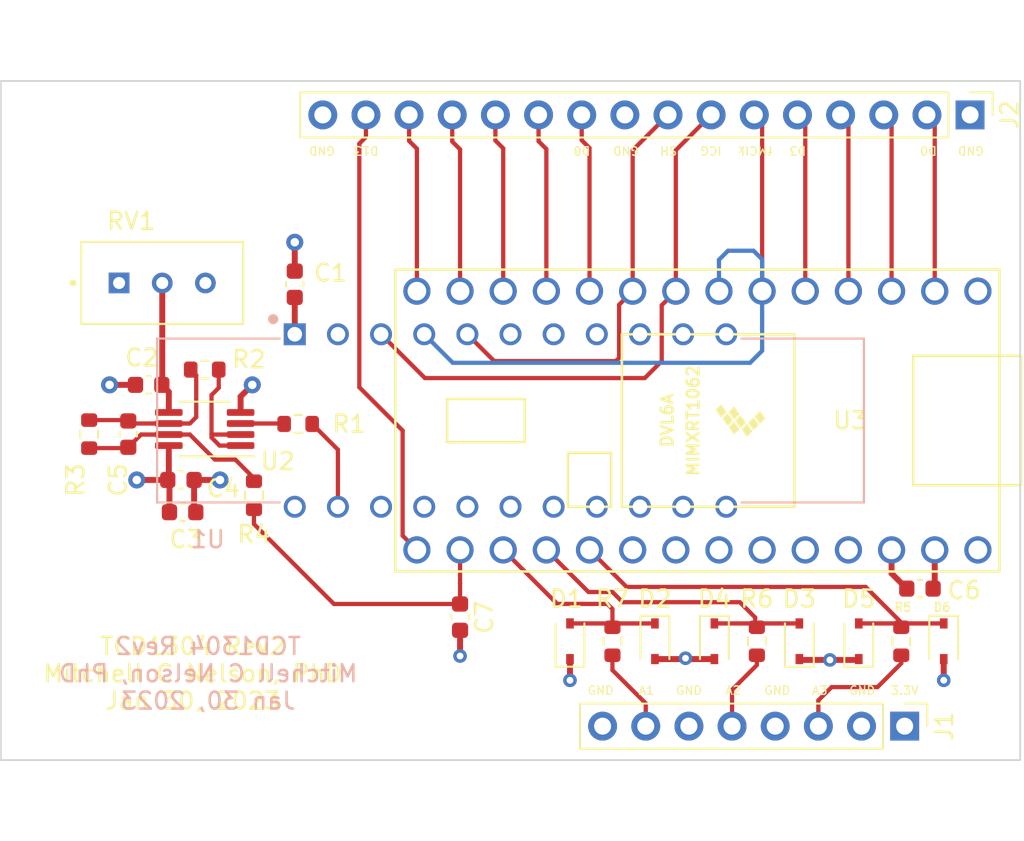
<source format=kicad_pcb>
(kicad_pcb (version 20240108) (generator "pcbnew") (generator_version "8.0")
  (layers (0 "F.Cu" signal) (1 "In1.Cu" signal) (2 "In2.Cu" signal) (31 "B.Cu" signal) (34 "B.Paste" user) (35 "F.Paste" user) (36 "B.SilkS" user "B.Silkscreen") (37 "F.SilkS" user "F.Silkscreen") (38 "B.Mask" user) (39 "F.Mask" user) (44 "Edge.Cuts" user))
  (net 0 "")
  (net 1 "+3.3V")
  (net 2 "Earth")
  (net 3 "Net-(U2-+IN2)")
  (net 4 "Net-(U2-OUT2)")
  (net 5 "Net-(U2--IN2)")
  (net 6 "Net-(U3-14_A0_TX3_SPDIF_OUT)")
  (net 7 "Net-(D1-A)")
  (net 8 "Net-(D3-A)")
  (net 9 "Net-(D5-A)")
  (net 10 "Net-(J1-Pin_5)")
  (net 11 "Net-(J1-Pin_7)")
  (net 12 "Net-(J1-Pin_3)")
  (net 13 "Net-(J2-Pin_7)")
  (net 14 "Net-(J2-Pin_6)")
  (net 15 "Net-(J2-Pin_5)")
  (net 16 "Net-(J2-Pin_15)")
  (net 17 "Net-(J2-Pin_4)")
  (net 18 "Net-(J2-Pin_10)")
  (net 19 "Net-(J2-Pin_3)")
  (net 20 "Net-(J2-Pin_11)")
  (net 21 "Net-(J2-Pin_8)")
  (net 22 "Net-(J2-Pin_14)")
  (net 23 "Net-(J2-Pin_13)")
  (net 24 "Net-(J2-Pin_12)")
  (net 25 "Net-(J2-Pin_2)")
  (net 26 "Net-(U1-OS)")
  (net 27 "Net-(U2-+IN1)")
  (net 28 "Net-(U2--IN1)")
  (footprint "Diode_SMD:D_SOD-323" (layer "F.Cu") (at 153.5 113 90)
    (property "Reference" "D1" (at 2.5 -0.2 180) (layer "F.SilkS"))
    (property "Value" "D_Schottky" (hide yes))
    (fp_line (start -1.5 -0.85) (end 1.05 -0.85) (stroke (width 0.12)) (layer "F.SilkS"))
    (fp_line (start -1.5 -0.85) (end -1.5 0.85) (stroke (width 0.12)) (layer "F.SilkS"))
    (fp_line (start -1.5 0.85) (end 1.05 0.85) (stroke (width 0.12)) (layer "F.SilkS"))
    (pad "1" smd rect (at -1.05 0 90) (size 0.6 0.45) (layers "F.Cu" "F.Paste" "F.Mask") (net 1 "+3.3V"))
    (pad "2" smd rect (at 1.05 0 90) (size 0.6 0.45) (layers "F.Cu" "F.Paste" "F.Mask") (net 7 "Net-(D1-A)"))
  )
  (footprint "Diode_SMD:D_SOD-323" (layer "F.Cu") (at 170.5 113 90)
    (property "Reference" "D5" (at 2.5 0 180) (layer "F.SilkS"))
    (property "Value" "D_Schottky")
    (fp_line (start -1.5 -0.85) (end 1.05 -0.85) (stroke (width 0.12)) (layer "F.SilkS"))
    (fp_line (start -1.5 -0.85) (end -1.5 0.85) (stroke (width 0.12)) (layer "F.SilkS"))
    (fp_line (start -1.5 0.85) (end 1.05 0.85) (stroke (width 0.12)) (layer "F.SilkS"))
    (pad "1" smd rect (at -1.05 0 90) (size 0.6 0.45) (layers "F.Cu" "F.Paste" "F.Mask") (net 1 "+3.3V"))
    (pad "2" smd rect (at 1.05 0 90) (size 0.6 0.45) (layers "F.Cu" "F.Paste" "F.Mask") (net 9 "Net-(D5-A)"))
  )
  (footprint "Resistor_SMD:R_0603_1608Metric" (layer "F.Cu") (at 173 113 90)
    (property "Reference" "R5" (at 2 0.1 180) (layer "F.SilkS") (effects (font (size 0.5 0.5) (thickness 0.1))))
    (property "Value" "300R")
    (fp_line (start -0.237258 -0.5225) (end 0.237258 -0.5225) (stroke (width 0.12)) (layer "F.SilkS"))
    (fp_line (start -0.237258 0.5225) (end 0.237258 0.5225) (stroke (width 0.12)) (layer "F.SilkS"))
    (pad "1" smd roundrect (at -0.825 0 90) (size 0.8 0.95) (layers "F.Cu" "F.Paste" "F.Mask") (net 12 "Net-(J1-Pin_3)"))
    (pad "2" smd roundrect (at 0.825 0 90) (size 0.8 0.95) (layers "F.Cu" "F.Paste" "F.Mask") (net 9 "Net-(D5-A)"))
  )
  (footprint "Capacitor_SMD:C_0603_1608Metric" (layer "F.Cu") (at 147.03 111.58 -90)
    (property "Reference" "C7" (at 0 -1.43 90) (layer "F.SilkS"))
    (property "Value" "68p")
    (fp_line (start -0.14058 0.51) (end 0.14058 0.51) (stroke (width 0.12)) (layer "F.SilkS"))
    (fp_line (start -0.14058 -0.51) (end 0.14058 -0.51) (stroke (width 0.12)) (layer "F.SilkS"))
    (pad "1" smd roundrect (at -0.775 0 270) (size 0.9 0.95) (layers "F.Cu" "F.Paste" "F.Mask") (net 6 "Net-(U3-14_A0_TX3_SPDIF_OUT)"))
    (pad "2" smd roundrect (at 0.775 0 270) (size 0.9 0.95) (layers "F.Cu" "F.Paste" "F.Mask") (net 2 "Earth"))
  )
  (footprint "Capacitor_SMD:C_0603_1608Metric" (layer "F.Cu") (at 174.1 109.9)
    (property "Reference" "C6" (at 2.6 0.1 0) (layer "F.SilkS"))
    (property "Value" "10uF")
    (fp_line (start -0.14058 -0.51) (end 0.14058 -0.51) (stroke (width 0.12)) (layer "F.SilkS"))
    (fp_line (start -0.14058 0.51) (end 0.14058 0.51) (stroke (width 0.12)) (layer "F.SilkS"))
    (pad "1" smd roundrect (at -0.775 0) (size 0.9 0.95) (layers "F.Cu" "F.Paste" "F.Mask") (net 1 "+3.3V"))
    (pad "2" smd roundrect (at 0.775 0) (size 0.9 0.95) (layers "F.Cu" "F.Paste" "F.Mask") (net 2 "Earth"))
  )
  (footprint "Resistor_SMD:R_0603_1608Metric" (layer "F.Cu") (at 156 113 90)
    (property "Reference" "R7" (at 2.5 0 180) (layer "F.SilkS"))
    (property "Value" "300R" (hide yes))
    (fp_line (start -0.237258 -0.5225) (end 0.237258 -0.5225) (stroke (width 0.12)) (layer "F.SilkS"))
    (fp_line (start -0.237258 0.5225) (end 0.237258 0.5225) (stroke (width 0.12)) (layer "F.SilkS"))
    (pad "1" smd roundrect (at -0.825 0 90) (size 0.8 0.95) (layers "F.Cu" "F.Paste" "F.Mask") (net 11 "Net-(J1-Pin_7)"))
    (pad "2" smd roundrect (at 0.825 0 90) (size 0.8 0.95) (layers "F.Cu" "F.Paste" "F.Mask") (net 7 "Net-(D1-A)"))
  )
  (footprint "BournsTrimPot_3296W-1-502LF:TRIM_3296W-1-502LF" (layer "F.Cu") (at 129.5 91.9)
    (property "Reference" "RV1" (at -1.83284 -3.65058 0) (layer "F.SilkS") (effects (font (size 1.004283 1.004283))))
    (property "Value" "10K")
    (fp_line (start -4.765 -2.42) (end 4.765 -2.42) (stroke (width 0.127)) (layer "F.SilkS"))
    (fp_line (start -4.765 2.41) (end -4.765 -2.42) (stroke (width 0.127)) (layer "F.SilkS"))
    (fp_line (start 4.765 -2.42) (end 4.765 2.41) (stroke (width 0.127)) (layer "F.SilkS"))
    (fp_line (start 4.765 2.41) (end -4.765 2.41) (stroke (width 0.127)) (layer "F.SilkS"))
    (fp_circle (center -5.25 0) (end -5.15 0) (stroke (width 0.2)) (fill none) (layer "F.SilkS"))
    (pad "1" thru_hole rect (at -2.54 0) (size 1.218 1.218) (drill 0.71) (layers "*.Cu" "*.Mask") (net 1 "+3.3V"))
    (pad "2" thru_hole circle (at 0 0) (size 1.218 1.218) (drill 0.71) (layers "*.Cu" "*.Mask") (net 3 "Net-(U2-+IN2)"))
    (pad "3" thru_hole circle (at 2.54 0) (size 1.218 1.218) (drill 0.71) (layers "*.Cu" "*.Mask") (net 2 "Earth"))
  )
  (footprint "Resistor_SMD:R_0603_1608Metric" (layer "F.Cu") (at 134.9 104.4 -90)
    (property "Reference" "R4" (at 2.3 0 0) (layer "F.SilkS"))
    (property "Value" "100R")
    (fp_line (start -0.237258 0.5225) (end 0.237258 0.5225) (stroke (width 0.12)) (layer "F.SilkS"))
    (fp_line (start -0.237258 -0.5225) (end 0.237258 -0.5225) (stroke (width 0.12)) (layer "F.SilkS"))
    (pad "1" smd roundrect (at -0.825 0 270) (size 0.8 0.95) (layers "F.Cu" "F.Paste" "F.Mask") (net 4 "Net-(U2-OUT2)"))
    (pad "2" smd roundrect (at 0.825 0 270) (size 0.8 0.95) (layers "F.Cu" "F.Paste" "F.Mask") (net 6 "Net-(U3-14_A0_TX3_SPDIF_OUT)"))
  )
  (footprint "teensy_footprints:Teensy40" (layer "F.Cu") (at 161 100 180)
    (property "Reference" "U3" (at -9 0 0) (layer "F.SilkS"))
    (property "Value" "Teensy4.0")
    (fp_line (start 17.78 8.89) (end -17.78 8.89) (stroke (width 0.15)) (layer "F.SilkS"))
    (fp_line (start 17.78 -8.89) (end 17.78 8.89) (stroke (width 0.15)) (layer "F.SilkS"))
    (fp_line (start 14.732 1.27) (end 10.16 1.27) (stroke (width 0.15)) (layer "F.SilkS"))
    (fp_line (start 14.732 -1.27) (end 14.732 1.27) (stroke (width 0.15)) (layer "F.SilkS"))
    (fp_line (start 10.16 1.27) (end 10.16 -1.27) (stroke (width 0.15)) (layer "F.SilkS"))
    (fp_line (start 10.16 -1.27) (end 14.732 -1.27) (stroke (width 0.15)) (layer "F.SilkS"))
    (fp_line (start 7.62 -1.905) (end 5.08 -1.905) (stroke (width 0.15)) (layer "F.SilkS"))
    (fp_line (start 7.62 -5.08) (end 7.62 -1.905) (stroke (width 0.15)) (layer "F.SilkS"))
    (fp_line (start 5.08 -1.905) (end 5.08 -5.08) (stroke (width 0.15)) (layer "F.SilkS"))
    (fp_line (start 5.08 -5.08) (end 7.62 -5.08) (stroke (width 0.15)) (layer "F.SilkS"))
    (fp_line (start 4.445 5.08) (end 4.445 -5.08) (stroke (width 0.15)) (layer "F.SilkS"))
    (fp_line (start 4.445 5.08) (end -5.715 5.08) (stroke (width 0.15)) (layer "F.SilkS"))
    (fp_line (start 4.445 -5.08) (end -5.715 -5.08) (stroke (width 0.15)) (layer "F.SilkS"))
    (fp_line (start -5.715 -5.08) (end -5.715 5.08) (stroke (width 0.15)) (layer "F.SilkS"))
    (fp_line (start -12.7 3.81) (end -12.7 -3.81) (stroke (width 0.15)) (layer "F.SilkS"))
    (fp_line (start -12.7 3.81) (end -17.78 3.81) (stroke (width 0.15)) (layer "F.SilkS"))
    (fp_line (start -12.7 -3.81) (end -17.78 -3.81) (stroke (width 0.15)) (layer "F.SilkS"))
    (fp_line (start -17.78 8.89) (end -17.78 -8.89) (stroke (width 0.15)) (layer "F.SilkS"))
    (fp_line (start -17.78 3.81) (end -19.05 3.81) (stroke (width 0.15)) (layer "F.SilkS"))
    (fp_line (start -17.78 -8.89) (end 17.78 -8.89) (stroke (width 0.15)) (layer "F.SilkS"))
    (fp_line (start -19.05 3.81) (end -19.05 -3.81) (stroke (width 0.15)) (layer "F.SilkS"))
    (fp_line (start -19.05 -3.81) (end -17.78 -3.81) (stroke (width 0.15)) (layer "F.SilkS"))
    (fp_poly (pts (xy -1.651 0.508) (xy -1.397 0.254) (xy -1.143 0.635) (xy -1.397 0.889)) (stroke (width 0.1)) (fill solid) (layer "F.SilkS"))
    (fp_poly (pts (xy -2.032 0) (xy -1.778 -0.254) (xy -1.524 0.127) (xy -1.778 0.381)) (stroke (width 0.1)) (fill solid) (layer "F.SilkS"))
    (fp_poly (pts (xy -2.413 0.381) (xy -2.159 0.127) (xy -1.905 0.508) (xy -2.159 0.762)) (stroke (width 0.1)) (fill solid) (layer "F.SilkS"))
    (fp_poly (pts (xy -2.413 -0.508) (xy -2.159 -0.762) (xy -1.905 -0.381) (xy -2.159 -0.127)) (stroke (width 0.1)) (fill solid) (layer "F.SilkS"))
    (fp_poly (pts (xy -2.794 -0.127) (xy -2.54 -0.381) (xy -2.286 0) (xy -2.54 0.254)) (stroke (width 0.1)) (fill solid) (layer "F.SilkS"))
    (fp_poly (pts (xy -3.175 -0.635) (xy -2.921 -0.889) (xy -2.667 -0.508) (xy -2.921 -0.254)) (stroke (width 0.1)) (fill solid) (layer "F.SilkS"))
    (fp_poly (pts (xy -3.556 -0.254) (xy -3.302 -0.508) (xy -3.048 -0.127) (xy -3.302 0.127)) (stroke (width 0.1)) (fill solid) (layer "F.SilkS"))
    (fp_poly (pts (xy -3.937 0.127) (xy -3.683 -0.127) (xy -3.429 0.254) (xy -3.683 0.508)) (stroke (width 0.1)) (fill solid) (layer "F.SilkS"))
    (fp_text user "MIMXRT1062" (at 0.254 0 90) (layer "F.SilkS") (effects (font (size 0.7 0.7))))
    (fp_text user "DVL6A" (at 1.778 0 90) (layer "F.SilkS") (effects (font (size 0.7 0.7))))
    (pad "1" thru_hole circle (at -16.51 7.62 180) (size 1.6 1.6) (drill 1.1) (layers "*.Cu" "*.Mask") (net 2 "Earth"))
    (pad "2" thru_hole circle (at -13.97 7.62 180) (size 1.6 1.6) (drill 1.1) (layers "*.Cu" "*.Mask") (net 25 "Net-(J2-Pin_2)"))
    (pad "3" thru_hole circle (at -11.43 7.62 180) (size 1.6 1.6) (drill 1.1) (layers "*.Cu" "*.Mask") (net 19 "Net-(J2-Pin_3)"))
    (pad "4" thru_hole circle (at -8.89 7.62 180) (size 1.6 1.6) (drill 1.1) (layers "*.Cu" "*.Mask") (net 17 "Net-(J2-Pin_4)"))
    (pad "5" thru_hole circle (at -6.35 7.62 180) (size 1.6 1.6) (drill 1.1) (layers "*.Cu" "*.Mask") (net 15 "Net-(J2-Pin_5)"))
    (pad "6" thru_hole circle (at -3.81 7.62 180) (size 1.6 1.6) (drill 1.1) (layers "*.Cu" "*.Mask") (net 14 "Net-(J2-Pin_6)"))
    (pad "7" thru_hole circle (at -1.27 7.62 180) (size 1.6 1.6) (drill 1.1) (layers "*.Cu" "*.Mask") (net 14 "Net-(J2-Pin_6)"))
    (pad "8" thru_hole circle (at 1.27 7.62 180) (size 1.6 1.6) (drill 1.1) (layers "*.Cu" "*.Mask") (net 13 "Net-(J2-Pin_7)"))
    (pad "9" thru_hole circle (at 3.81 7.62 180) (size 1.6 1.6) (drill 1.1) (layers "*.Cu" "*.Mask") (net 21 "Net-(J2-Pin_8)"))
    (pad "10" thru_hole circle (at 6.35 7.62 180) (size 1.6 1.6) (drill 1.1) (layers "*.Cu" "*.Mask") (net 18 "Net-(J2-Pin_10)"))
    (pad "11" thru_hole circle (at 8.89 7.62 180) (size 1.6 1.6) (drill 1.1) (layers "*.Cu" "*.Mask") (net 20 "Net-(J2-Pin_11)"))
    (pad "12" thru_hole circle (at 11.43 7.62 180) (size 1.6 1.6) (drill 1.1) (layers "*.Cu" "*.Mask") (net 24 "Net-(J2-Pin_12)"))
    (pad "13" thru_hole circle (at 13.97 7.62 180) (size 1.6 1.6) (drill 1.1) (layers "*.Cu" "*.Mask") (net 23 "Net-(J2-Pin_13)"))
    (pad "14" thru_hole circle (at 16.51 7.62 180) (size 1.6 1.6) (drill 1.1) (layers "*.Cu" "*.Mask") (net 22 "Net-(J2-Pin_14)"))
    (pad "20" thru_hole circle (at 16.51 -7.62 180) (size 1.6 1.6) (drill 1.1) (layers "*.Cu" "*.Mask") (net 16 "Net-(J2-Pin_15)"))
    (pad "21" thru_hole circle (at 13.97 -7.62 180) (size 1.6 1.6) (drill 1.1) (layers "*.Cu" "*.Mask") (net 6 "Net-(U3-14_A0_TX3_SPDIF_OUT)"))
    (pad "22" thru_hole circle (at 11.43 -7.62 180) (size 1.6 1.6) (drill 1.1) (layers "*.Cu" "*.Mask") (net 7 "Net-(D1-A)"))
    (pad "23" thru_hole circle (at 8.89 -7.62 180) (size 1.6 1.6) (drill 1.1) (layers "*.Cu" "*.Mask") (net 8 "Net-(D3-A)"))
    (pad "24" thru_hole circle (at 6.35 -7.62 180) (size 1.6 1.6) (drill 1.1) (layers "*.Cu" "*.Mask") (net 9 "Net-(D5-A)"))
    (pad "25" thru_hole circle (at 3.81 -7.62 180) (size 1.6 1.6) (drill 1.1) (layers "*.Cu" "*.Mask"))
    (pad "26" thru_hole circle (at 1.27 -7.62 180) (size 1.6 1.6) (drill 1.1) (layers "*.Cu" "*.Mask"))
    (pad "27" thru_hole circle (at -1.27 -7.62 180) (size 1.6 1.6) (drill 1.1) (layers "*.Cu" "*.Mask"))
    (pad "28" thru_hole circle (at -3.81 -7.62 180) (size 1.6 1.6) (drill 1.1) (layers "*.Cu" "*.Mask"))
    (pad "29" thru_hole circle (at -6.35 -7.62 180) (size 1.6 1.6) (drill 1.1) (layers "*.Cu" "*.Mask"))
    (pad "30" thru_hole circle (at -8.89 -7.62 180) (size 1.6 1.6) (drill 1.1) (layers "*.Cu" "*.Mask"))
    (pad "31" thru_hole circle (at -11.43 -7.62 180) (size 1.6 1.6) (drill 1.1) (layers "*.Cu" "*.Mask") (net 1 "+3.3V"))
    (pad "32" thru_hole circle (at -13.97 -7.62 180) (size 1.6 1.6) (drill 1.1) (layers "*.Cu" "*.Mask") (net 2 "Earth"))
    (pad "33" thru_hole circle (at -16.51 -7.62 180) (size 1.6 1.6) (drill 1.1) (layers "*.Cu" "*.Mask"))
  )
  (footprint "Package_SO:MSOP-8_3x3mm_P0.65mm" (layer "F.Cu") (at 132 100.5 180)
    (property "Reference" "U2" (at -4.3 -1.9 0) (layer "F.SilkS"))
    (property "Value" "ADA4807-2ARMZ-R7")
    (fp_line (start 0 1.61) (end 1.5 1.61) (stroke (width 0.12)) (layer "F.SilkS"))
    (fp_line (start 0 1.61) (end -1.5 1.61) (stroke (width 0.12)) (layer "F.SilkS"))
    (fp_line (start 0 -1.61) (end 1.5 -1.61) (stroke (width 0.12)) (layer "F.SilkS"))
    (fp_line (start 0 -1.61) (end -2.925 -1.61) (stroke (width 0.12)) (layer "F.SilkS"))
    (pad "1" smd roundrect (at -2.1125 -0.975 180) (size 1.625 0.4) (layers "F.Cu" "F.Paste" "F.Mask") (net 28 "Net-(U2--IN1)"))
    (pad "2" smd roundrect (at -2.1125 -0.325 180) (size 1.625 0.4) (layers "F.Cu" "F.Paste" "F.Mask") (net 28 "Net-(U2--IN1)"))
    (pad "3" smd roundrect (at -2.1125 0.325 180) (size 1.625 0.4) (layers "F.Cu" "F.Paste" "F.Mask") (net 27 "Net-(U2-+IN1)"))
    (pad "4" smd roundrect (at -2.1125 0.975 180) (size 1.625 0.4) (layers "F.Cu" "F.Paste" "F.Mask") (net 2 "Earth"))
    (pad "5" smd roundrect (at 2.1125 0.975 180) (size 1.625 0.4) (layers "F.Cu" "F.Paste" "F.Mask") (net 3 "Net-(U2-+IN2)"))
    (pad "6" smd roundrect (at 2.1125 0.325 180) (size 1.625 0.4) (layers "F.Cu" "F.Paste" "F.Mask") (net 5 "Net-(U2--IN2)"))
    (pad "7" smd roundrect (at 2.1125 -0.325 180) (size 1.625 0.4) (layers "F.Cu" "F.Paste" "F.Mask") (net 4 "Net-(U2-OUT2)"))
    (pad "8" smd roundrect (at 2.1125 -0.975 180) (size 1.625 0.4) (layers "F.Cu" "F.Paste" "F.Mask") (net 1 "+3.3V"))
  )
  (footprint "Connector_PinHeader_2.54mm:PinHeader_1x08_P2.54mm_Vertical" (layer "F.Cu") (at 173.2 118 -90)
    (property "Reference" "J1" (at 0 -2.33 90) (layer "F.SilkS"))
    (property "Value" "Conn_01x08_Male")
    (fp_line (start -1.33 19.11) (end 1.33 19.11) (stroke (width 0.12)) (layer "F.SilkS"))
    (fp_line (start -1.33 1.27) (end -1.33 19.11) (stroke (width 0.12)) (layer "F.SilkS"))
    (fp_line (start -1.33 1.27) (end 1.33 1.27) (stroke (width 0.12)) (layer "F.SilkS"))
    (fp_line (start 1.33 1.27) (end 1.33 19.11) (stroke (width 0.12)) (layer "F.SilkS"))
    (fp_line (start -1.33 0) (end -1.33 -1.33) (stroke (width 0.12)) (layer "F.SilkS"))
    (fp_line (start -1.33 -1.33) (end 0 -1.33) (stroke (width 0.12)) (layer "F.SilkS"))
    (pad "1" thru_hole rect (at 0 0 270) (size 1.7 1.7) (drill 1) (layers "*.Cu" "*.Mask") (net 1 "+3.3V"))
    (pad "2" thru_hole oval (at 0 2.54 270) (size 1.7 1.7) (drill 1) (layers "*.Cu" "*.Mask") (net 2 "Earth"))
    (pad "3" thru_hole oval (at 0 5.08 270) (size 1.7 1.7) (drill 1) (layers "*.Cu" "*.Mask") (net 12 "Net-(J1-Pin_3)"))
    (pad "4" thru_hole oval (at 0 7.62 270) (size 1.7 1.7) (drill 1) (layers "*.Cu" "*.Mask") (net 2 "Earth"))
    (pad "5" thru_hole oval (at 0 10.16 270) (size 1.7 1.7) (drill 1) (layers "*.Cu" "*.Mask") (net 10 "Net-(J1-Pin_5)"))
    (pad "6" thru_hole oval (at 0 12.7 270) (size 1.7 1.7) (drill 1) (layers "*.Cu" "*.Mask") (net 2 "Earth"))
    (pad "7" thru_hole oval (at 0 15.24 270) (size 1.7 1.7) (drill 1) (layers "*.Cu" "*.Mask") (net 11 "Net-(J1-Pin_7)"))
    (pad "8" thru_hole oval (at 0 17.78 270) (size 1.7 1.7) (drill 1) (layers "*.Cu" "*.Mask") (net 2 "Earth"))
  )
  (footprint "Diode_SMD:D_SOD-323" (layer "F.Cu") (at 175.5 113 -90)
    (property "Reference" "D6" (at -2 0.1 180) (layer "F.SilkS") (effects (font (size 0.5 0.5) (thickness 0.1))))
    (property "Value" "D_Schottky")
    (fp_line (start -1.5 0.85) (end 1.05 0.85) (stroke (width 0.12)) (layer "F.SilkS"))
    (fp_line (start -1.5 -0.85) (end -1.5 0.85) (stroke (width 0.12)) (layer "F.SilkS"))
    (fp_line (start -1.5 -0.85) (end 1.05 -0.85) (stroke (width 0.12)) (layer "F.SilkS"))
    (pad "1" smd rect (at -1.05 0 270) (size 0.6 0.45) (layers "F.Cu" "F.Paste" "F.Mask") (net 9 "Net-(D5-A)"))
    (pad "2" smd rect (at 1.05 0 270) (size 0.6 0.45) (layers "F.Cu" "F.Paste" "F.Mask") (net 2 "Earth"))
  )
  (footprint "Capacitor_SMD:C_0603_1608Metric" (layer "F.Cu") (at 137.3 91.975 90)
    (property "Reference" "C1" (at 0.675 2.1 180) (layer "F.SilkS"))
    (property "Value" "10uF")
    (fp_line (start -0.14058 -0.51) (end 0.14058 -0.51) (stroke (width 0.12)) (layer "F.SilkS"))
    (fp_line (start -0.14058 0.51) (end 0.14058 0.51) (stroke (width 0.12)) (layer "F.SilkS"))
    (pad "1" smd roundrect (at -0.775 0 90) (size 0.9 0.95) (layers "F.Cu" "F.Paste" "F.Mask") (net 1 "+3.3V"))
    (pad "2" smd roundrect (at 0.775 0 90) (size 0.9 0.95) (layers "F.Cu" "F.Paste" "F.Mask") (net 2 "Earth"))
  )
  (footprint "Diode_SMD:D_SOD-323" (layer "F.Cu") (at 158.5 113 -90)
    (property "Reference" "D2" (at -2.5 0 180) (layer "F.SilkS"))
    (property "Value" "D_Schottky" (hide yes))
    (fp_line (start -1.5 0.85) (end 1.05 0.85) (stroke (width 0.12)) (layer "F.SilkS"))
    (fp_line (start -1.5 -0.85) (end -1.5 0.85) (stroke (width 0.12)) (layer "F.SilkS"))
    (fp_line (start -1.5 -0.85) (end 1.05 -0.85) (stroke (width 0.12)) (layer "F.SilkS"))
    (pad "1" smd rect (at -1.05 0 270) (size 0.6 0.45) (layers "F.Cu" "F.Paste" "F.Mask") (net 7 "Net-(D1-A)"))
    (pad "2" smd rect (at 1.05 0 270) (size 0.6 0.45) (layers "F.Cu" "F.Paste" "F.Mask") (net 2 "Earth"))
  )
  (footprint "Diode_SMD:D_SOD-323" (layer "F.Cu") (at 162 113 -90)
    (property "Reference" "D4" (at -2.5 0 180) (layer "F.SilkS"))
    (property "Value" "D_Schottky")
    (fp_line (start -1.5 0.85) (end 1.05 0.85) (stroke (width 0.12)) (layer "F.SilkS"))
    (fp_line (start -1.5 -0.85) (end -1.5 0.85) (stroke (width 0.12)) (layer "F.SilkS"))
    (fp_line (start -1.5 -0.85) (end 1.05 -0.85) (stroke (width 0.12)) (layer "F.SilkS"))
    (pad "1" smd rect (at -1.05 0 270) (size 0.6 0.45) (layers "F.Cu" "F.Paste" "F.Mask") (net 8 "Net-(D3-A)"))
    (pad "2" smd rect (at 1.05 0 270) (size 0.6 0.45) (layers "F.Cu" "F.Paste" "F.Mask") (net 2 "Earth"))
  )
  (footprint "Resistor_SMD:R_0603_1608Metric" (layer "F.Cu") (at 132 97 180)
    (property "Reference" "R2" (at -2.6 0.6 0) (layer "F.SilkS"))
    (property "Value" "499R")
    (fp_line (start -0.237258 0.5225) (end 0.237258 0.5225) (stroke (width 0.12)) (layer "F.SilkS"))
    (fp_line (start -0.237258 -0.5225) (end 0.237258 -0.5225) (stroke (width 0.12)) (layer "F.SilkS"))
    (pad "1" smd roundrect (at -0.825 0 180) (size 0.8 0.95) (layers "F.Cu" "F.Paste" "F.Mask") (net 28 "Net-(U2--IN1)"))
    (pad "2" smd roundrect (at 0.825 0 180) (size 0.8 0.95) (layers "F.Cu" "F.Paste" "F.Mask") (net 5 "Net-(U2--IN2)"))
  )
  (footprint "Capacitor_SMD:C_0603_1608Metric" (layer "F.Cu") (at 127.5 100.8 90)
    (property "Reference" "C5" (at -2.7 -0.6 90) (layer "F.SilkS"))
    (property "Value" "2p")
    (fp_line (start -0.14058 -0.51) (end 0.14058 -0.51) (stroke (width 0.12)) (layer "F.SilkS"))
    (fp_line (start -0.14058 0.51) (end 0.14058 0.51) (stroke (width 0.12)) (layer "F.SilkS"))
    (pad "1" smd roundrect (at -0.775 0 90) (size 0.9 0.95) (layers "F.Cu" "F.Paste" "F.Mask") (net 4 "Net-(U2-OUT2)"))
    (pad "2" smd roundrect (at 0.775 0 90) (size 0.9 0.95) (layers "F.Cu" "F.Paste" "F.Mask") (net 5 "Net-(U2--IN2)"))
  )
  (footprint "Diode_SMD:D_SOD-323" (layer "F.Cu") (at 167 113 90)
    (property "Reference" "D3" (at 2.5 0 180) (layer "F.SilkS"))
    (property "Value" "D_Schottky")
    (fp_line (start -1.5 -0.85) (end 1.05 -0.85) (stroke (width 0.12)) (layer "F.SilkS"))
    (fp_line (start -1.5 -0.85) (end -1.5 0.85) (stroke (width 0.12)) (layer "F.SilkS"))
    (fp_line (start -1.5 0.85) (end 1.05 0.85) (stroke (width 0.12)) (layer "F.SilkS"))
    (pad "1" smd rect (at -1.05 0 90) (size 0.6 0.45) (layers "F.Cu" "F.Paste" "F.Mask") (net 1 "+3.3V"))
    (pad "2" smd rect (at 1.05 0 90) (size 0.6 0.45) (layers "F.Cu" "F.Paste" "F.Mask") (net 8 "Net-(D3-A)"))
  )
  (footprint "Capacitor_SMD:C_0603_1608Metric" (layer "F.Cu") (at 130.6 103.5)
    (property "Reference" "C4" (at 2.5 0.5 0) (layer "F.SilkS"))
    (property "Value" "0.1uF")
    (fp_line (start -0.14058 -0.51) (end 0.14058 -0.51) (stroke (width 0.12)) (layer "F.SilkS"))
    (fp_line (start -0.14058 0.51) (end 0.14058 0.51) (stroke (width 0.12)) (layer "F.SilkS"))
    (pad "1" smd roundrect (at -0.775 0) (size 0.9 0.95) (layers "F.Cu" "F.Paste" "F.Mask") (net 1 "+3.3V"))
    (pad "2" smd roundrect (at 0.775 0) (size 0.9 0.95) (layers "F.Cu" "F.Paste" "F.Mask") (net 2 "Earth"))
  )
  (footprint "Capacitor_SMD:C_0603_1608Metric" (layer "F.Cu") (at 128.7 97.9 180)
    (property "Reference" "C2" (at 0.4 1.6 0) (layer "F.SilkS"))
    (property "Value" "0.1uF")
    (fp_line (start -0.14058 0.51) (end 0.14058 0.51) (stroke (width 0.12)) (layer "F.SilkS"))
    (fp_line (start -0.14058 -0.51) (end 0.14058 -0.51) (stroke (width 0.12)) (layer "F.SilkS"))
    (pad "1" smd roundrect (at -0.775 0 180) (size 0.9 0.95) (layers "F.Cu" "F.Paste" "F.Mask") (net 3 "Net-(U2-+IN2)"))
    (pad "2" smd roundrect (at 0.775 0 180) (size 0.9 0.95) (layers "F.Cu" "F.Paste" "F.Mask") (net 2 "Earth"))
  )
  (footprint "Resistor_SMD:R_0603_1608Metric" (layer "F.Cu") (at 125.2 100.8 90)
    (property "Reference" "R3" (at -2.7 -0.8 90) (layer "F.SilkS"))
    (property "Value" "2.49K")
    (fp_line (start -0.237258 -0.5225) (end 0.237258 -0.5225) (stroke (width 0.12)) (layer "F.SilkS"))
    (fp_line (start -0.237258 0.5225) (end 0.237258 0.5225) (stroke (width 0.12)) (layer "F.SilkS"))
    (pad "1" smd roundrect (at -0.825 0 90) (size 0.8 0.95) (layers "F.Cu" "F.Paste" "F.Mask") (net 4 "Net-(U2-OUT2)"))
    (pad "2" smd roundrect (at 0.825 0 90) (size 0.8 0.95) (layers "F.Cu" "F.Paste" "F.Mask") (net 5 "Net-(U2--IN2)"))
  )
  (footprint "Resistor_SMD:R_0603_1608Metric" (layer "F.Cu") (at 164.5 113 90)
    (property "Reference" "R6" (at 2.5 0 180) (layer "F.SilkS"))
    (property "Value" "300R")
    (fp_line (start -0.237258 -0.5225) (end 0.237258 -0.5225) (stroke (width 0.12)) (layer "F.SilkS"))
    (fp_line (start -0.237258 0.5225) (end 0.237258 0.5225) (stroke (width 0.12)) (layer "F.SilkS"))
    (pad "1" smd roundrect (at -0.825 0 90) (size 0.8 0.95) (layers "F.Cu" "F.Paste" "F.Mask") (net 10 "Net-(J1-Pin_5)"))
    (pad "2" smd roundrect (at 0.825 0 90) (size 0.8 0.95) (layers "F.Cu" "F.Paste" "F.Mask") (net 8 "Net-(D3-A)"))
  )
  (footprint "Resistor_SMD:R_0603_1608Metric" (layer "F.Cu") (at 137.5 100.2 180)
    (property "Reference" "R1" (at -3 0 0) (layer "F.SilkS"))
    (property "Value" "100R")
    (fp_line (start -0.237258 0.5225) (end 0.237258 0.5225) (stroke (width 0.12)) (layer "F.SilkS"))
    (fp_line (start -0.237258 -0.5225) (end 0.237258 -0.5225) (stroke (width 0.12)) (layer "F.SilkS"))
    (pad "1" smd roundrect (at -0.825 0 180) (size 0.8 0.95) (layers "F.Cu" "F.Paste" "F.Mask") (net 26 "Net-(U1-OS)"))
    (pad "2" smd roundrect (at 0.825 0 180) (size 0.8 0.95) (layers "F.Cu" "F.Paste" "F.Mask") (net 27 "Net-(U2-+IN1)"))
  )
  (footprint "Connector_PinHeader_2.54mm:PinHeader_1x16_P2.54mm_Vertical" (layer "F.Cu") (at 177.05 82 -90)
    (property "Reference" "J2" (at 0 -2.33 90) (layer "F.SilkS"))
    (property "Value" "Conn_01x16_Male")
    (fp_line (start -1.33 39.43) (end 1.33 39.43) (stroke (width 0.12)) (layer "F.SilkS"))
    (fp_line (start -1.33 1.27) (end -1.33 39.43) (stroke (width 0.12)) (layer "F.SilkS"))
    (fp_line (start -1.33 1.27) (end 1.33 1.27) (stroke (width 0.12)) (layer "F.SilkS"))
    (fp_line (start 1.33 1.27) (end 1.33 39.43) (stroke (width 0.12)) (layer "F.SilkS"))
    (fp_line (start -1.33 0) (end -1.33 -1.33) (stroke (width 0.12)) (layer "F.SilkS"))
    (fp_line (start -1.33 -1.33) (end 0 -1.33) (stroke (width 0.12)) (layer "F.SilkS"))
    (pad "1" thru_hole rect (at 0 0 270) (size 1.7 1.7) (drill 1) (layers "*.Cu" "*.Mask") (net 2 "Earth"))
    (pad "2" thru_hole oval (at 0 2.54 270) (size 1.7 1.7) (drill 1) (layers "*.Cu" "*.Mask") (net 25 "Net-(J2-Pin_2)"))
    (pad "3" thru_hole oval (at 0 5.08 270) (size 1.7 1.7) (drill 1) (layers "*.Cu" "*.Mask") (net 19 "Net-(J2-Pin_3)"))
    (pad "4" thru_hole oval (at 0 7.62 270) (size 1.7 1.7) (drill 1) (layers "*.Cu" "*.Mask") (net 17 "Net-(J2-Pin_4)"))
    (pad "5" thru_hole oval (at 0 10.16 270) (size 1.7 1.7) (drill 1) (layers "*.Cu" "*.Mask") (net 15 "Net-(J2-Pin_5)"))
    (pad "6" thru_hole oval (at 0 12.7 270) (size 1.7 1.7) (drill 1) (layers "*.Cu" "*.Mask") (net 14 "Net-(J2-Pin_6)"))
    (pad "7" thru_hole oval (at 0 15.24 270) (size 1.7 1.7) (drill 1) (layers "*.Cu" "*.Mask") (net 13 "Net-(J2-Pin_7)"))
    (pad "8" thru_hole oval (at 0 17.78 270) (size 1.7 1.7) (drill 1) (layers "*.Cu" "*.Mask") (net 21 "Net-(J2-Pin_8)"))
    (pad "9" thru_hole oval (at 0 20.32 270) (size 1.7 1.7) (drill 1) (layers "*.Cu" "*.Mask") (net 2 "Earth"))
    (pad "10" thru_hole oval (at 0 22.86 270) (size 1.7 1.7) (drill 1) (layers "*.Cu" "*.Mask") (net 18 "Net-(J2-Pin_10)"))
    (pad "11" thru_hole oval (at 0 25.4 270) (size 1.7 1.7) (drill 1) (layers "*.Cu" "*.Mask") (net 20 "Net-(J2-Pin_11)"))
    (pad "12" thru_hole oval (at 0 27.94 270) (size 1.7 1.7) (drill 1) (layers "*.Cu" "*.Mask") (net 24 "Net-(J2-Pin_12)"))
    (pad "13" thru_hole oval (at 0 30.48 270) (size 1.7 1.7) (drill 1) (layers "*.Cu" "*.Mask") (net 23 "Net-(J2-Pin_13)"))
    (pad "14" thru_hole oval (at 0 33.02 270) (size 1.7 1.7) (drill 1) (layers "*.Cu" "*.Mask") (net 22 "Net-(J2-Pin_14)"))
    (pad "15" thru_hole oval (at 0 35.56 270) (size 1.7 1.7) (drill 1) (layers "*.Cu" "*.Mask") (net 16 "Net-(J2-Pin_15)"))
    (pad "16" thru_hole oval (at 0 38.1 270) (size 1.7 1.7) (drill 1) (layers "*.Cu" "*.Mask") (net 2 "Earth"))
  )
  (footprint "Capacitor_SMD:C_0603_1608Metric" (layer "F.Cu") (at 130.7 105.4)
    (property "Reference" "C3" (at 0.2 1.6 0) (layer "F.SilkS"))
    (property "Value" "10uF")
    (fp_line (start -0.14058 -0.51) (end 0.14058 -0.51) (stroke (width 0.12)) (layer "F.SilkS"))
    (fp_line (start -0.14058 0.51) (end 0.14058 0.51) (stroke (width 0.12)) (layer "F.SilkS"))
    (pad "1" smd roundrect (at -0.775 0) (size 0.9 0.95) (layers "F.Cu" "F.Paste" "F.Mask") (net 1 "+3.3V"))
    (pad "2" smd roundrect (at 0.775 0) (size 0.9 0.95) (layers "F.Cu" "F.Paste" "F.Mask") (net 2 "Earth"))
  )
  (footprint "TCD1304:DIP1016W47P254L4210H372Q22" (layer "B.Cu") (at 150 100)
    (property "Reference" "U1" (at -17.82405 7.00228 180) (layer "B.SilkS") (effects (font (size 1.002472 1.002472)) (justify mirror)))
    (property "Value" "TCD1304AP")
    (fp_line (start -20.8 -4.826) (end -13.589 -4.826) (stroke (width 0.127)) (layer "B.SilkS"))
    (fp_line (start -20.8 4.826) (end -20.8 -4.826) (stroke (width 0.127)) (layer "B.SilkS"))
    (fp_line (start -13.589 4.826) (end -20.8 4.826) (stroke (width 0.127)) (layer "B.SilkS"))
    (fp_line (start 13.589 4.826) (end 20.8 4.826) (stroke (width 0.127)) (layer "B.SilkS"))
    (fp_line (start 20.8 -4.826) (end 13.589 -4.826) (stroke (width 0.127)) (layer "B.SilkS"))
    (fp_line (start 20.8 4.826) (end 20.8 -4.826) (stroke (width 0.127)) (layer "B.SilkS"))
    (fp_circle (center -13.97 -5.969) (end -13.82 -5.969) (stroke (width 0.3)) (fill none) (layer "B.SilkS"))
    (pad "1" thru_hole rect (at -12.7 -5.08) (size 1.29 1.29) (drill 0.86) (layers "*.Cu" "*.Mask") (net 1 "+3.3V"))
    (pad "2" thru_hole circle (at -10.16 -5.08) (size 1.29 1.29) (drill 0.86) (layers "*.Cu" "*.Mask") (net 1 "+3.3V"))
    (pad "3" thru_hole circle (at -7.62 -5.08) (size 1.29 1.29) (drill 0.86) (layers "*.Cu" "*.Mask") (net 13 "Net-(J2-Pin_7)"))
    (pad "4" thru_hole circle (at -5.08 -5.08) (size 1.29 1.29) (drill 0.86) (layers "*.Cu" "*.Mask") (net 14 "Net-(J2-Pin_6)"))
    (pad "5" thru_hole circle (at -2.54 -5.08) (size 1.29 1.29) (drill 0.86) (layers "*.Cu" "*.Mask") (net 21 "Net-(J2-Pin_8)"))
    (pad "6" thru_hole circle (at 0 -5.08) (size 1.29 1.29) (drill 0.86) (layers "*.Cu" "*.Mask"))
    (pad "7" thru_hole circle (at 2.54 -5.08) (size 1.29 1.29) (drill 0.86) (layers "*.Cu" "*.Mask"))
    (pad "8" thru_hole circle (at 5.08 -5.08) (size 1.29 1.29) (drill 0.86) (layers "*.Cu" "*.Mask"))
    (pad "9" thru_hole circle (at 7.62 -5.08) (size 1.29 1.29) (drill 0.86) (layers "*.Cu" "*.Mask"))
    (pad "10" thru_hole circle (at 10.16 -5.08) (size 1.29 1.29) (drill 0.86) (layers "*.Cu" "*.Mask"))
    (pad "11" thru_hole circle (at 12.7 -5.08) (size 1.29 1.29) (drill 0.86) (layers "*.Cu" "*.Mask"))
    (pad "12" thru_hole circle (at 12.7 5.08) (size 1.29 1.29) (drill 0.86) (layers "*.Cu" "*.Mask"))
    (pad "13" thru_hole circle (at 10.16 5.08) (size 1.29 1.29) (drill 0.86) (layers "*.Cu" "*.Mask"))
    (pad "14" thru_hole circle (at 7.62 5.08) (size 1.29 1.29) (drill 0.86) (layers "*.Cu" "*.Mask"))
    (pad "15" thru_hole circle (at 5.08 5.08) (size 1.29 1.29) (drill 0.86) (layers "*.Cu" "*.Mask"))
    (pad "16" thru_hole circle (at 2.54 5.08) (size 1.29 1.29) (drill 0.86) (layers "*.Cu" "*.Mask"))
    (pad "17" thru_hole circle (at 0 5.08) (size 1.29 1.29) (drill 0.86) (layers "*.Cu" "*.Mask"))
    (pad "18" thru_hole circle (at -2.54 5.08) (size 1.29 1.29) (drill 0.86) (layers "*.Cu" "*.Mask"))
    (pad "19" thru_hole circle (at -5.08 5.08) (size 1.29 1.29) (drill 0.86) (layers "*.Cu" "*.Mask"))
    (pad "20" thru_hole circle (at -7.62 5.08) (size 1.29 1.29) (drill 0.86) (layers "*.Cu" "*.Mask"))
    (pad "21" thru_hole circle (at -10.16 5.08) (size 1.29 1.29) (drill 0.86) (layers "*.Cu" "*.Mask") (net 26 "Net-(U1-OS)"))
    (pad "22" thru_hole circle (at -12.7 5.08) (size 1.29 1.29) (drill 0.86) (layers "*.Cu" "*.Mask") (net 2 "Earth"))
  )
  (gr_rect (start 120 80) (end 180 120) (stroke (width 0.1)) (fill none) (layer "Edge.Cuts"))
  (gr_text "TCD1304 Rev2\nMitchell C Nelson, PhD\nJan 30, 2023" (at 132.2 114.9 0) (layer "B.SilkS") (effects (font (size 1 1)) (justify mirror)))
  (gr_text "GND" (at 156.8 84.1 180) (layer "F.SilkS") (effects (font (size 0.5 0.5) (thickness 0.08))))
  (gr_text "3.3V" (at 173.2 115.9 0) (layer "F.SilkS") (effects (font (size 0.5 0.5) (thickness 0.08))))
  (gr_text "GND" (at 170.7 115.9 0) (layer "F.SilkS") (effects (font (size 0.5 0.5) (thickness 0.08))))
  (gr_text "GND" (at 160.5 115.9 0) (layer "F.SilkS") (effects (font (size 0.5 0.5) (thickness 0.08))))
  (gr_text "D13" (at 141.5 84.1 180) (layer "F.SilkS") (effects (font (size 0.5 0.5) (thickness 0.08))))
  (gr_text "TCD1304 Rev2\nMitchell C Nelson, PhD\nJan 30, 2023" (at 131.3 114.9 0) (layer "F.SilkS") (effects (font (size 1 1))))
  (gr_text "A1" (at 158 115.9 0) (layer "F.SilkS") (effects (font (size 0.5 0.5) (thickness 0.08))))
  (gr_text "D0" (at 174.6 84.1 180) (layer "F.SilkS") (effects (font (size 0.5 0.5) (thickness 0.08))))
  (gr_text "GND" (at 155.3 115.9 0) (layer "F.SilkS") (effects (font (size 0.5 0.5) (thickness 0.08))))
  (gr_text "ICG" (at 161.8 84.1 180) (layer "F.SilkS") (effects (font (size 0.5 0.5) (thickness 0.08))))
  (gr_text "SH" (at 159.3 84.1 180) (layer "F.SilkS") (effects (font (size 0.5 0.5) (thickness 0.08))))
  (gr_text "D8" (at 154.2 84.1 180) (layer "F.SilkS") (effects (font (size 0.5 0.5) (thickness 0.08))))
  (gr_text "GND" (at 165.7 115.9 0) (layer "F.SilkS") (effects (font (size 0.5 0.5) (thickness 0.08))))
  (gr_text "A2" (at 163.1 115.9 0) (layer "F.SilkS") (effects (font (size 0.5 0.5) (thickness 0.08))))
  (gr_text "GND" (at 138.9 84.1 180) (layer "F.SilkS") (effects (font (size 0.5 0.5) (thickness 0.08))))
  (gr_text "D3" (at 166.9 84.1 180) (layer "F.SilkS") (effects (font (size 0.5 0.5) (thickness 0.08))))
  (gr_text "A3" (at 168.2 115.9 0) (layer "F.SilkS") (effects (font (size 0.5 0.5) (thickness 0.08))))
  (gr_text "fMClk" (at 164.4 84.1 180) (layer "F.SilkS") (effects (font (size 0.5 0.5) (thickness 0.08))))
  (gr_text "GND" (at 177.1 84.1 180) (layer "F.SilkS") (effects (font (size 0.5 0.5) (thickness 0.08))))
  (segment (start 129.8875 101.475) (end 129.8875 103.4375) (width 0.35) (layer "F.Cu") (net 1))
  (segment (start 172.43 109.005) (end 173.325 109.9) (width 0.35) (layer "F.Cu") (net 1))
  (segment (start 128 103.5) (end 129.825 103.5) (width 0.35) (layer "F.Cu") (net 1))
  (segment (start 153.5 115.3) (end 153.5 114.05) (width 0.35) (layer "F.Cu") (net 1))
  (segment (start 129.8875 103.4375) (end 129.825 103.5) (width 0.25) (layer "F.Cu") (net 1))
  (segment (start 137.3 94.92) (end 137.3 92.75) (width 0.35) (layer "F.Cu") (net 1))
  (segment (start 168.8 114.1) (end 167.05 114.1) (width 0.35) (layer "F.Cu") (net 1))
  (segment (start 129.925 103.6) (end 129.825 103.5) (width 0.25) (layer "F.Cu") (net 1))
  (segment (start 170.45 114.1) (end 170.5 114.05) (width 0.35) (layer "F.Cu") (net 1))
  (segment (start 172.43 107.62) (end 172.43 109.005) (width 0.35) (layer "F.Cu") (net 1))
  (segment (start 129.925 105.4) (end 129.925 103.6) (width 0.35) (layer "F.Cu") (net 1))
  (segment (start 167.05 114.1) (end 167 114.05) (width 0.35) (layer "F.Cu") (net 1))
  (segment (start 168.8 114.1) (end 170.45 114.1) (width 0.35) (layer "F.Cu") (net 1))
  (via (at 168.8 114.1) (size 0.8) (drill 0.4) (layers "F.Cu" "B.Cu") (net 1))
  (via (at 153.5 115.3) (size 0.8) (drill 0.4) (layers "F.Cu" "B.Cu") (net 1))
  (via (at 128 103.5) (size 1) (drill 0.5) (layers "F.Cu" "B.Cu") (net 1))
  (segment (start 175.5 114.05) (end 175.5 115.3) (width 0.35) (layer "F.Cu") (net 2))
  (segment (start 158.5 114.05) (end 160.25 114.05) (width 0.35) (layer "F.Cu") (net 2))
  (segment (start 147.03 112.355) (end 147.03 113.87) (width 0.35) (layer "F.Cu") (net 2))
  (segment (start 160.3 114) (end 160.35 114.05) (width 0.35) (layer "F.Cu") (net 2))
  (segment (start 131.375 103.5) (end 131.375 105.3) (width 0.35) (layer "F.Cu") (net 2))
  (segment (start 137.3 91.2) (end 137.3 89.5) (width 0.35) (layer "F.Cu") (net 2))
  (segment (start 131.375 103.5) (end 132.9 103.5) (width 0.35) (layer "F.Cu") (net 2))
  (segment (start 134.8 97.9) (end 134.1125 98.5875) (width 0.35) (layer "F.Cu") (net 2))
  (segment (start 131.375 105.3) (end 131.475 105.4) (width 0.25) (layer "F.Cu") (net 2))
  (segment (start 127.925 97.9) (end 126.4 97.9) (width 0.35) (layer "F.Cu") (net 2))
  (segment (start 174.97 107.62) (end 174.97 109.805) (width 0.35) (layer "F.Cu") (net 2))
  (segment (start 134.1125 98.5875) (end 134.1125 99.525) (width 0.35) (layer "F.Cu") (net 2))
  (segment (start 160.35 114.05) (end 162 114.05) (width 0.35) (layer "F.Cu") (net 2))
  (segment (start 160.25 114.05) (end 160.3 114) (width 0.35) (layer "F.Cu") (net 2))
  (segment (start 174.97 109.805) (end 174.875 109.9) (width 0.35) (layer "F.Cu") (net 2))
  (via (at 134.8 97.9) (size 1) (drill 0.5) (layers "F.Cu" "B.Cu") (net 2))
  (via (at 160.3 114) (size 0.8) (drill 0.4) (layers "F.Cu" "B.Cu") (net 2))
  (via (at 137.3 89.5) (size 1) (drill 0.5) (layers "F.Cu" "B.Cu") (net 2))
  (via (at 126.4 97.9) (size 1) (drill 0.5) (layers "F.Cu" "B.Cu") (net 2))
  (via (at 132.9 103.5) (size 1) (drill 0.5) (layers "F.Cu" "B.Cu") (net 2))
  (via (at 147.03 113.87) (size 0.8) (drill 0.4) (layers "F.Cu" "B.Cu") (net 2))
  (via (at 175.5 115.3) (size 0.8) (drill 0.4) (layers "F.Cu" "B.Cu") (net 2))
  (segment (start 129.475 97.9) (end 129.5 97.875) (width 0.35) (layer "F.Cu") (net 3))
  (segment (start 129.5 97.875) (end 129.5 91.9) (width 0.35) (layer "F.Cu") (net 3))
  (segment (start 129.8875 99.525) (end 129.8875 98.3125) (width 0.35) (layer "F.Cu") (net 3))
  (segment (start 129.8875 98.3125) (end 129.475 97.9) (width 0.35) (layer "F.Cu") (net 3))
  (segment (start 131.125 100.825) (end 132.6 102.3) (width 0.25) (layer "F.Cu") (net 4))
  (segment (start 134.9 103.4) (end 134.9 103.575) (width 0.25) (layer "F.Cu") (net 4))
  (segment (start 127.5 101.575) (end 128.25 100.825) (width 0.25) (layer "F.Cu") (net 4))
  (segment (start 132.6 102.3) (end 133.8 102.3) (width 0.25) (layer "F.Cu") (net 4))
  (segment (start 125.2 101.625) (end 127.45 101.625) (width 0.25) (layer "F.Cu") (net 4))
  (segment (start 133.8 102.3) (end 134.9 103.4) (width 0.25) (layer "F.Cu") (net 4))
  (segment (start 128.25 100.825) (end 129.8875 100.825) (width 0.25) (layer "F.Cu") (net 4))
  (segment (start 129.8875 100.825) (end 131.125 100.825) (width 0.25) (layer "F.Cu") (net 4))
  (segment (start 127.45 101.625) (end 127.5 101.575) (width 0.25) (layer "F.Cu") (net 4))
  (segment (start 129.8875 100.175) (end 131.125 100.175) (width 0.25) (layer "F.Cu") (net 5))
  (segment (start 127.45 99.975) (end 127.5 100.025) (width 0.25) (layer "F.Cu") (net 5))
  (segment (start 127.5 100.025) (end 127.65 100.175) (width 0.25) (layer "F.Cu") (net 5))
  (segment (start 125.2 99.975) (end 127.45 99.975) (width 0.25) (layer "F.Cu") (net 5))
  (segment (start 127.65 100.175) (end 129.8875 100.175) (width 0.25) (layer "F.Cu") (net 5))
  (segment (start 131.125 100.175) (end 131.5 99.8) (width 0.25) (layer "F.Cu") (net 5))
  (segment (start 131.5 97.325) (end 131.175 97) (width 0.25) (layer "F.Cu") (net 5))
  (segment (start 131.5 99.8) (end 131.5 97.325) (width 0.25) (layer "F.Cu") (net 5))
  (segment (start 147.03 107.62) (end 147.03 109.59) (width 0.25) (layer "F.Cu") (net 6))
  (segment (start 139.605 110.805) (end 134.9 106.1) (width 0.25) (layer "F.Cu") (net 6))
  (segment (start 134.9 106.1) (end 134.9 105.225) (width 0.25) (layer "F.Cu") (net 6))
  (segment (start 147.03 109.59) (end 147.03 110.805) (width 0.25) (layer "F.Cu") (net 6))
  (segment (start 147.03 110.805) (end 139.605 110.805) (width 0.25) (layer "F.Cu") (net 6))
  (segment (start 147.02 109.6) (end 147.03 109.59) (width 0.25) (layer "F.Cu") (net 6))
  (segment (start 156 112.175) (end 156.225 111.95) (width 0.25) (layer "F.Cu") (net 7))
  (segment (start 156 112.175) (end 155.775 111.95) (width 0.25) (layer "F.Cu") (net 7))
  (segment (start 156.225 111.95) (end 158.5 111.95) (width 0.25) (layer "F.Cu") (net 7))
  (segment (start 152.75 110.8) (end 155.7 110.8) (width 0.25) (layer "F.Cu") (net 7))
  (segment (start 149.57 107.62) (end 152.75 110.8) (width 0.25) (layer "F.Cu") (net 7))
  (segment (start 156 111.1) (end 156 112.175) (width 0.25) (layer "F.Cu") (net 7))
  (segment (start 155.775 111.95) (end 153.5 111.95) (width 0.25) (layer "F.Cu") (net 7))
  (segment (start 155.7 110.8) (end 156 111.1) (width 0.25) (layer "F.Cu") (net 7))
  (segment (start 154.59 110.1) (end 156 110.1) (width 0.25) (layer "F.Cu") (net 8))
  (segment (start 156 110.1) (end 156.6 110.7) (width 0.25) (layer "F.Cu") (net 8))
  (segment (start 164.4 111.6) (end 164.4 111.7) (width 0.25) (layer "F.Cu") (net 8))
  (segment (start 164.5 112.175) (end 164.275 111.95) (width 0.25) (layer "F.Cu") (net 8))
  (segment (start 163.5 110.7) (end 164.4 111.6) (width 0.25) (layer "F.Cu") (net 8))
  (segment (start 164.275 111.95) (end 162 111.95) (width 0.25) (layer "F.Cu") (net 8))
  (segment (start 164.725 111.95) (end 167 111.95) (width 0.25) (layer "F.Cu") (net 8))
  (segment (start 164.5 112.175) (end 164.725 111.95) (width 0.25) (layer "F.Cu") (net 8))
  (segment (start 152.11 107.62) (end 154.59 110.1) (width 0.25) (layer "F.Cu") (net 8))
  (segment (start 156.6 110.7) (end 163.5 110.7) (width 0.25) (layer "F.Cu") (net 8))
  (segment (start 170.9 109.8) (end 173 111.9) (width 0.25) (layer "F.Cu") (net 9))
  (segment (start 173 111.9) (end 173 112.175) (width 0.25) (layer "F.Cu") (net 9))
  (segment (start 173 112.175) (end 173.225 111.95) (width 0.25) (layer "F.Cu") (net 9))
  (segment (start 170.5 111.95) (end 172.775 111.95) (width 0.25) (layer "F.Cu") (net 9))
  (segment (start 156.83 109.8) (end 170.9 109.8) (width 0.25) (layer "F.Cu") (net 9))
  (segment (start 172.775 111.95) (end 173 112.175) (width 0.25) (layer "F.Cu") (net 9))
  (segment (start 173.225 111.95) (end 175.5 111.95) (width 0.25) (layer "F.Cu") (net 9))
  (segment (start 154.65 107.62) (end 156.83 109.8) (width 0.25) (layer "F.Cu") (net 9))
  (segment (start 164.5 113.825) (end 164.5 114.4) (width 0.25) (layer "F.Cu") (net 10))
  (segment (start 164.5 114.4) (end 163.04 115.86) (width 0.25) (layer "F.Cu") (net 10))
  (segment (start 163.04 115.86) (end 163.04 118) (width 0.25) (layer "F.Cu") (net 10))
  (segment (start 156 114.7) (end 157.96 116.66) (width 0.25) (layer "F.Cu") (net 11))
  (segment (start 156 113.825) (end 156 114.7) (width 0.25) (layer "F.Cu") (net 11))
  (segment (start 157.96 116.66) (end 157.96 118) (width 0.25) (layer "F.Cu") (net 11))
  (segment (start 171.6 115.7) (end 168.9 115.7) (width 0.25) (layer "F.Cu") (net 12))
  (segment (start 168.9 115.7) (end 168.12 116.48) (width 0.25) (layer "F.Cu") (net 12))
  (segment (start 168.12 116.48) (end 168.12 118) (width 0.25) (layer "F.Cu") (net 12))
  (segment (start 173 113.825) (end 173 114.3) (width 0.25) (layer "F.Cu") (net 12))
  (segment (start 173 114.3) (end 171.6 115.7) (width 0.25) (layer "F.Cu") (net 12))
  (segment (start 142.38 94.92) (end 144.96 97.5) (width 0.25) (layer "F.Cu") (net 13))
  (segment (start 161.81 82) (end 159.73 84.08) (width 0.25) (layer "F.Cu") (net 13))
  (segment (start 144.96 97.5) (end 157.9 97.5) (width 0.25) (layer "F.Cu") (net 13))
  (segment (start 159.73 84.08) (end 159.73 92.38) (width 0.25) (layer "F.Cu") (net 13))
  (segment (start 158.9 96.5) (end 158.9 93.21) (width 0.25) (layer "F.Cu") (net 13))
  (segment (start 158.9 93.21) (end 159.73 92.38) (width 0.25) (layer "F.Cu") (net 13))
  (segment (start 157.9 97.5) (end 158.9 96.5) (width 0.25) (layer "F.Cu") (net 13))
  (segment (start 164.35 82) (end 164.81 82.46) (width 0.25) (layer "F.Cu") (net 14))
  (segment (start 164.81 82.46) (end 164.81 92.38) (width 0.25) (layer "F.Cu") (net 14))
  (segment (start 164.1 96.6) (end 146.6 96.6) (width 0.25) (layer "B.Cu") (net 14))
  (segment (start 164.81 92.38) (end 164.81 95.89) (width 0.25) (layer "B.Cu") (net 14))
  (segment (start 164.81 95.89) (end 164.1 96.6) (width 0.25) (layer "B.Cu") (net 14))
  (segment (start 162.27 92.38) (end 162.27 90.53) (width 0.25) (layer "B.Cu") (net 14))
  (segment (start 162.8 90) (end 164.3 90) (width 0.25) (layer "B.Cu") (net 14))
  (segment (start 146.6 96.6) (end 144.92 94.92) (width 0.25) (layer "B.Cu") (net 14))
  (segment (start 164.3 90) (end 164.81 90.51) (width 0.25) (layer "B.Cu") (net 14))
  (segment (start 162.27 90.53) (end 162.8 90) (width 0.25) (layer "B.Cu") (net 14))
  (segment (start 164.81 90.51) (end 164.81 92.38) (width 0.25) (layer "B.Cu") (net 14))
  (segment (start 166.89 82) (end 167.35 82.46) (width 0.25) (layer "F.Cu") (net 15))
  (segment (start 167.35 82.46) (end 167.35 92.38) (width 0.25) (layer "F.Cu") (net 15))
  (segment (start 141.1 83.69) (end 141.49 83.3) (width 0.25) (layer "F.Cu") (net 16))
  (segment (start 141.1 98.04) (end 141.1 83.69) (width 0.25) (layer "F.Cu") (net 16))
  (segment (start 143.65 100.59) (end 141.1 98.04) (width 0.25) (layer "F.Cu") (net 16))
  (segment (start 141.49 83.3) (end 141.49 82) (width 0.25) (layer "F.Cu") (net 16))
  (segment (start 144.49 107.62) (end 143.65 106.78) (width 0.25) (layer "F.Cu") (net 16))
  (segment (start 143.65 106.78) (end 143.65 100.59) (width 0.25) (layer "F.Cu") (net 16))
  (segment (start 169.89 82.46) (end 169.89 92.38) (width 0.25) (layer "F.Cu") (net 17))
  (segment (start 169.43 82) (end 169.89 82.46) (width 0.25) (layer "F.Cu") (net 17))
  (segment (start 154.19 83.49) (end 154.65 83.95) (width 0.25) (layer "F.Cu") (net 18))
  (segment (start 154.19 82) (end 154.19 83.49) (width 0.25) (layer "F.Cu") (net 18))
  (segment (start 154.65 83.95) (end 154.65 92.38) (width 0.25) (layer "F.Cu") (net 18))
  (segment (start 172.43 82.46) (end 172.43 92.38) (width 0.25) (layer "F.Cu") (net 19))
  (segment (start 171.97 82) (end 172.43 82.46) (width 0.25) (layer "F.Cu") (net 19))
  (segment (start 151.65 82) (end 151.65 83.55) (width 0.25) (layer "F.Cu") (net 20))
  (segment (start 151.65 83.55) (end 152.11 84.01) (width 0.25) (layer "F.Cu") (net 20))
  (segment (start 152.11 84.01) (end 152.11 92.38) (width 0.25) (layer "F.Cu") (net 20))
  (segment (start 156.390001 96.309999) (end 156.2 96.5) (width 0.25) (layer "F.Cu") (net 21))
  (segment (start 156.2 96.5) (end 149.04 96.5) (width 0.25) (layer "F.Cu") (net 21))
  (segment (start 149.04 96.5) (end 147.46 94.92) (width 0.25) (layer "F.Cu") (net 21))
  (segment (start 156.390001 93.179999) (end 156.390001 96.309999) (width 0.25) (layer "F.Cu") (net 21))
  (segment (start 159.27 82) (end 157.19 84.08) (width 0.25) (layer "F.Cu") (net 21))
  (segment (start 157.19 84.08) (end 157.19 92.38) (width 0.25) (layer "F.Cu") (net 21))
  (segment (start 157.19 92.38) (end 156.390001 93.179999) (width 0.25) (layer "F.Cu") (net 21))
  (segment (start 144.03 82) (end 144.03 83.53) (width 0.25) (layer "F.Cu") (net 22))
  (segment (start 144.03 83.53) (end 144.49 83.99) (width 0.25) (layer "F.Cu") (net 22))
  (segment (start 144.49 83.99) (end 144.49 92.38) (width 0.25) (layer "F.Cu") (net 22))
  (segment (start 146.57 83.57) (end 147.03 84.03) (width 0.25) (layer "F.Cu") (net 23))
  (segment (start 147.03 84.03) (end 147.03 92.38) (width 0.25) (layer "F.Cu") (net 23))
  (segment (start 146.57 82) (end 146.57 83.57) (width 0.25) (layer "F.Cu") (net 23))
  (segment (start 149.11 83.51) (end 149.57 83.97) (width 0.25) (layer "F.Cu") (net 24))
  (segment (start 149.57 83.97) (end 149.57 92.38) (width 0.25) (layer "F.Cu") (net 24))
  (segment (start 149.11 82) (end 149.11 83.51) (width 0.25) (layer "F.Cu") (net 24))
  (segment (start 174.97 82.46) (end 174.97 92.38) (width 0.25) (layer "F.Cu") (net 25))
  (segment (start 174.51 82) (end 174.97 82.46) (width 0.25) (layer "F.Cu") (net 25))
  (segment (start 139.84 101.715) (end 139.84 105.08) (width 0.25) (layer "F.Cu") (net 26))
  (segment (start 138.325 100.2) (end 139.84 101.715) (width 0.25) (layer "F.Cu") (net 26))
  (segment (start 134.1125 100.175) (end 136.65 100.175) (width 0.25) (layer "F.Cu") (net 27))
  (segment (start 136.65 100.175) (end 136.675 100.2) (width 0.25) (layer "F.Cu") (net 27))
  (segment (start 132.4 101) (end 132.4 100.8) (width 0.25) (layer "F.Cu") (net 28))
  (segment (start 132.875 101.475) (end 132.4 101) (width 0.25) (layer "F.Cu") (net 28))
  (segment (start 134.1125 100.825) (end 132.425 100.825) (width 0.25) (layer "F.Cu") (net 28))
  (segment (start 132.4 98.5) (end 132.825 98.075) (width 0.25) (layer "F.Cu") (net 28))
  (segment (start 132.4 100.8) (end 132.4 98.5) (width 0.25) (layer "F.Cu") (net 28))
  (segment (start 132.425 100.825) (end 132.4 100.8) (width 0.25) (layer "F.Cu") (net 28))
  (segment (start 132.825 98.075) (end 132.825 97) (width 0.25) (layer "F.Cu") (net 28))
  (segment (start 134.1125 101.475) (end 132.875 101.475) (width 0.25) (layer "F.Cu") (net 28))
)
</source>
